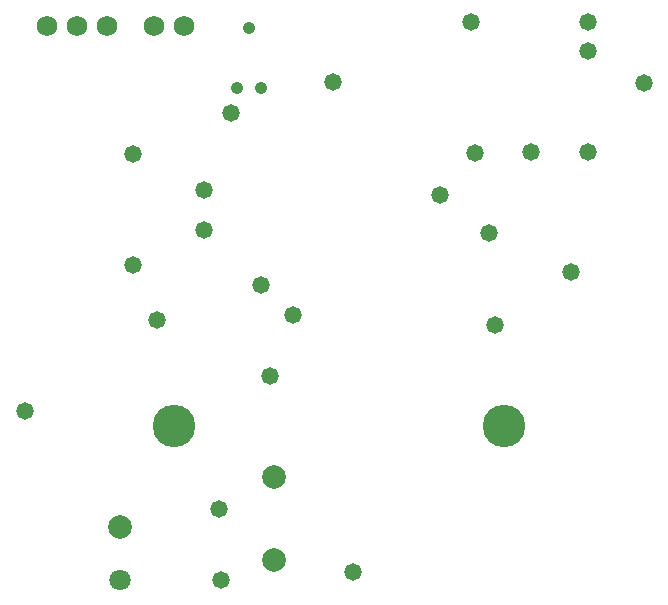
<source format=gbs>
G04 Layer_Color=16711935*
%FSLAX44Y44*%
%MOMM*%
G71*
G01*
G75*
%ADD31C,3.6000*%
%ADD33C,2.0000*%
%ADD35C,1.8000*%
%ADD60C,1.0668*%
%ADD61C,1.7272*%
%ADD62C,1.4732*%
D31*
X423100Y148300D02*
D03*
X143100D02*
D03*
D33*
X228000Y105000D02*
D03*
Y35000D02*
D03*
X98000Y63000D02*
D03*
D35*
Y18000D02*
D03*
D60*
X207000Y485000D02*
D03*
X217160Y434200D02*
D03*
X196840D02*
D03*
D61*
X126960Y486900D02*
D03*
X152360D02*
D03*
X86400Y487000D02*
D03*
X35600D02*
D03*
X61000D02*
D03*
D62*
X182000Y78000D02*
D03*
X183000Y18000D02*
D03*
X17000Y161000D02*
D03*
X192000Y413000D02*
D03*
X278000Y440000D02*
D03*
X398000Y379500D02*
D03*
X369000Y344000D02*
D03*
X295000Y25000D02*
D03*
X410000Y312000D02*
D03*
X109000Y285000D02*
D03*
Y379000D02*
D03*
X446000Y380000D02*
D03*
X395000Y490000D02*
D03*
X494000D02*
D03*
Y466000D02*
D03*
Y380000D02*
D03*
X169000Y314000D02*
D03*
Y348000D02*
D03*
X480000Y279000D02*
D03*
X541000Y439000D02*
D03*
X129000Y238000D02*
D03*
X225000Y191000D02*
D03*
X415000Y234000D02*
D03*
X244000Y242000D02*
D03*
X217000Y268000D02*
D03*
M02*

</source>
